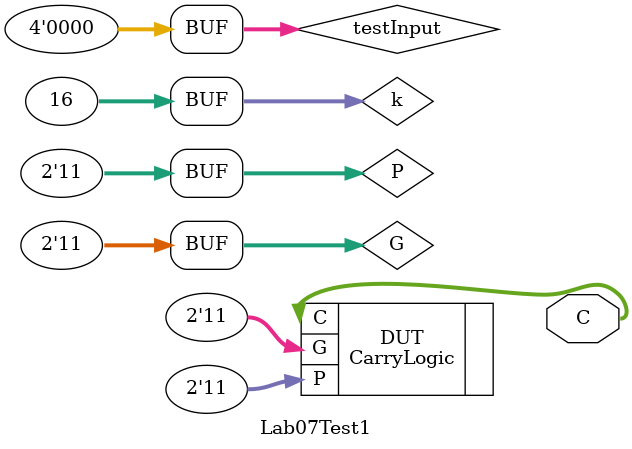
<source format=v>
/*
Author: Kyle Jarvis
Program Name: Lab7Test1
Creation Date: 3/13/24
Date Last Updated: 3/13/24
Function: Tests multiple outputs of the CarryLogic and then output them to waeform
Method: uses a for loop to loop through different inupts then runs them through the function
Inputs:
Outputs: C
Comments:
*/

// Test bench file for testing equations C3 and C4
// using all 4 bit G and P input combinations
module Lab07Test1(
output [2:1] C);
	
	// 8-bit value used to increment P and G input values
	reg [3:0] testInput;		// 2^8 = 256 test values
	integer k;					// k int for loop variable

	reg [1:0] P, G;			// 4-bit input variables
	
	// Testing 4-bit carry look-ahead logic module
	CarryLogic DUT(.P(P), .G(G), .C(C));
	
	initial
	begin
		// Initialize testInput variable to 0
		testInput = 4'b0;
		// Loop 256 times
		for(k = 0; k < 16; k = k + 1)
		begin
			
			{P, G} = testInput;	// Concatenation Notation
			// P = testInput [7:4], G = testInput [3:0]
			
			#10; 						// Wait 10 clock units
			
			// Increment testInput once per loop
			testInput = testInput + 1;
		
		end
	end

endmodule
</source>
